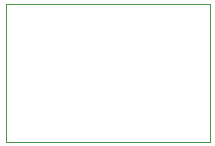
<source format=gbr>
%TF.GenerationSoftware,KiCad,Pcbnew,7.0.8-7.0.8~ubuntu20.04.1*%
%TF.CreationDate,2023-10-29T20:49:58+01:00*%
%TF.ProjectId,atecc_board,61746563-635f-4626-9f61-72642e6b6963,rev?*%
%TF.SameCoordinates,Original*%
%TF.FileFunction,Profile,NP*%
%FSLAX46Y46*%
G04 Gerber Fmt 4.6, Leading zero omitted, Abs format (unit mm)*
G04 Created by KiCad (PCBNEW 7.0.8-7.0.8~ubuntu20.04.1) date 2023-10-29 20:49:58*
%MOMM*%
%LPD*%
G01*
G04 APERTURE LIST*
%TA.AperFunction,Profile*%
%ADD10C,0.100000*%
%TD*%
G04 APERTURE END LIST*
D10*
X73660000Y-60452000D02*
X73660000Y-48768000D01*
X90932000Y-60452000D02*
X73660000Y-60452000D01*
X90932000Y-48768000D02*
X90932000Y-60452000D01*
X73660000Y-48768000D02*
X90932000Y-48768000D01*
M02*

</source>
